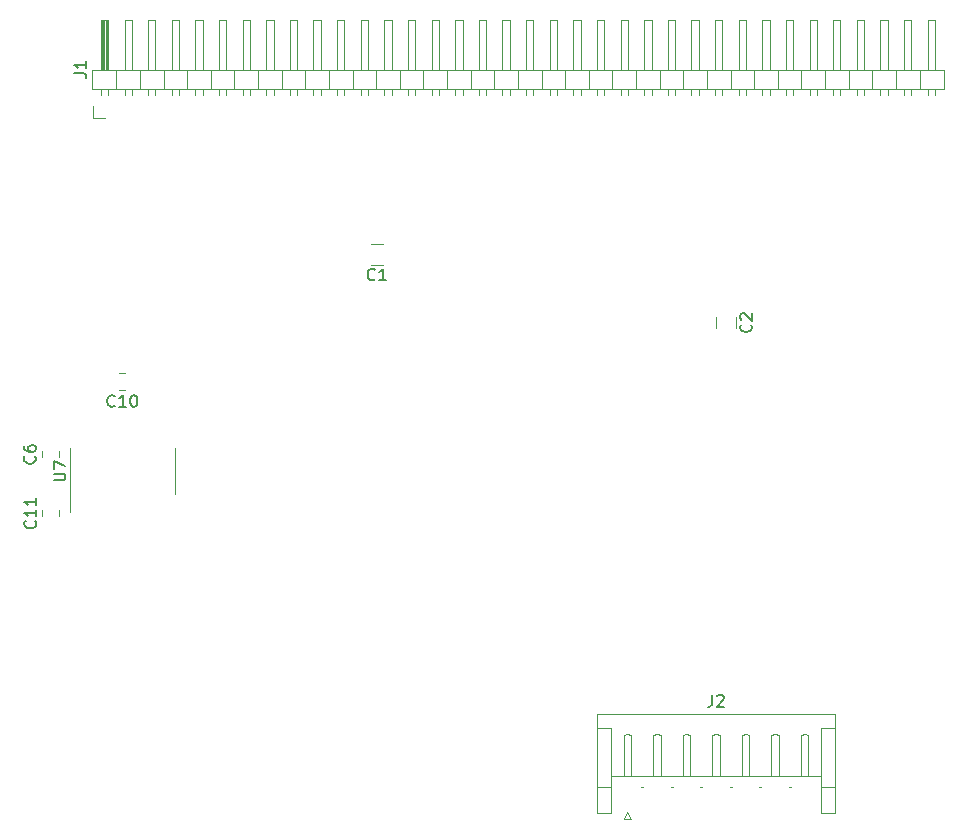
<source format=gbr>
%TF.GenerationSoftware,KiCad,Pcbnew,(5.1.9)-1*%
%TF.CreationDate,2021-04-30T23:03:23+10:00*%
%TF.ProjectId,RedPyKeeb_MCU,52656450-794b-4656-9562-5f4d43552e6b,rev?*%
%TF.SameCoordinates,Original*%
%TF.FileFunction,Legend,Top*%
%TF.FilePolarity,Positive*%
%FSLAX46Y46*%
G04 Gerber Fmt 4.6, Leading zero omitted, Abs format (unit mm)*
G04 Created by KiCad (PCBNEW (5.1.9)-1) date 2021-04-30 23:03:23*
%MOMM*%
%LPD*%
G01*
G04 APERTURE LIST*
%ADD10C,0.120000*%
%ADD11C,0.150000*%
G04 APERTURE END LIST*
D10*
%TO.C,J2*%
X98787600Y-96082400D02*
X98787600Y-98282400D01*
X98787600Y-98282400D02*
X97567600Y-98282400D01*
X97567600Y-98282400D02*
X97567600Y-89862400D01*
X97567600Y-89862400D02*
X117787600Y-89862400D01*
X117787600Y-89862400D02*
X117787600Y-98282400D01*
X117787600Y-98282400D02*
X116567600Y-98282400D01*
X116567600Y-98282400D02*
X116567600Y-96082400D01*
X97567600Y-91082400D02*
X98787600Y-91082400D01*
X98787600Y-91082400D02*
X98787600Y-96082400D01*
X98787600Y-96082400D02*
X97567600Y-96082400D01*
X117787600Y-91082400D02*
X116567600Y-91082400D01*
X116567600Y-91082400D02*
X116567600Y-96082400D01*
X116567600Y-96082400D02*
X117787600Y-96082400D01*
X98787600Y-95082400D02*
X116567600Y-95082400D01*
X100177600Y-95082400D02*
X99857600Y-95082400D01*
X99857600Y-95082400D02*
X99857600Y-91662400D01*
X99857600Y-91662400D02*
X100177600Y-91582400D01*
X100177600Y-91582400D02*
X100497600Y-91662400D01*
X100497600Y-91662400D02*
X100497600Y-95082400D01*
X100497600Y-95082400D02*
X100177600Y-95082400D01*
X101347600Y-96082400D02*
X101507600Y-96082400D01*
X102677600Y-95082400D02*
X102357600Y-95082400D01*
X102357600Y-95082400D02*
X102357600Y-91662400D01*
X102357600Y-91662400D02*
X102677600Y-91582400D01*
X102677600Y-91582400D02*
X102997600Y-91662400D01*
X102997600Y-91662400D02*
X102997600Y-95082400D01*
X102997600Y-95082400D02*
X102677600Y-95082400D01*
X103847600Y-96082400D02*
X104007600Y-96082400D01*
X105177600Y-95082400D02*
X104857600Y-95082400D01*
X104857600Y-95082400D02*
X104857600Y-91662400D01*
X104857600Y-91662400D02*
X105177600Y-91582400D01*
X105177600Y-91582400D02*
X105497600Y-91662400D01*
X105497600Y-91662400D02*
X105497600Y-95082400D01*
X105497600Y-95082400D02*
X105177600Y-95082400D01*
X106347600Y-96082400D02*
X106507600Y-96082400D01*
X107677600Y-95082400D02*
X107357600Y-95082400D01*
X107357600Y-95082400D02*
X107357600Y-91662400D01*
X107357600Y-91662400D02*
X107677600Y-91582400D01*
X107677600Y-91582400D02*
X107997600Y-91662400D01*
X107997600Y-91662400D02*
X107997600Y-95082400D01*
X107997600Y-95082400D02*
X107677600Y-95082400D01*
X108847600Y-96082400D02*
X109007600Y-96082400D01*
X110177600Y-95082400D02*
X109857600Y-95082400D01*
X109857600Y-95082400D02*
X109857600Y-91662400D01*
X109857600Y-91662400D02*
X110177600Y-91582400D01*
X110177600Y-91582400D02*
X110497600Y-91662400D01*
X110497600Y-91662400D02*
X110497600Y-95082400D01*
X110497600Y-95082400D02*
X110177600Y-95082400D01*
X111347600Y-96082400D02*
X111507600Y-96082400D01*
X112677600Y-95082400D02*
X112357600Y-95082400D01*
X112357600Y-95082400D02*
X112357600Y-91662400D01*
X112357600Y-91662400D02*
X112677600Y-91582400D01*
X112677600Y-91582400D02*
X112997600Y-91662400D01*
X112997600Y-91662400D02*
X112997600Y-95082400D01*
X112997600Y-95082400D02*
X112677600Y-95082400D01*
X113847600Y-96082400D02*
X114007600Y-96082400D01*
X115177600Y-95082400D02*
X114857600Y-95082400D01*
X114857600Y-95082400D02*
X114857600Y-91662400D01*
X114857600Y-91662400D02*
X115177600Y-91582400D01*
X115177600Y-91582400D02*
X115497600Y-91662400D01*
X115497600Y-91662400D02*
X115497600Y-95082400D01*
X115497600Y-95082400D02*
X115177600Y-95082400D01*
X100177600Y-98172400D02*
X99877600Y-98772400D01*
X99877600Y-98772400D02*
X100477600Y-98772400D01*
X100477600Y-98772400D02*
X100177600Y-98172400D01*
%TO.C,C1*%
X78468600Y-51802400D02*
X79468600Y-51802400D01*
X79468600Y-50102400D02*
X78468600Y-50102400D01*
%TO.C,C2*%
X109371500Y-57218200D02*
X109371500Y-56218200D01*
X107671500Y-56218200D02*
X107671500Y-57218200D01*
%TO.C,C10*%
X57665252Y-62457000D02*
X57142748Y-62457000D01*
X57665252Y-60987000D02*
X57142748Y-60987000D01*
%TO.C,C6*%
X52043000Y-68130052D02*
X52043000Y-67607548D01*
X50573000Y-68130052D02*
X50573000Y-67607548D01*
%TO.C,C11*%
X50611100Y-73121152D02*
X50611100Y-72598648D01*
X52081100Y-73121152D02*
X52081100Y-72598648D01*
%TO.C,J1*%
X54905400Y-39366700D02*
X54905400Y-38366700D01*
X55905400Y-39366700D02*
X54905400Y-39366700D01*
X126215400Y-37484586D02*
X126215400Y-36926700D01*
X125595400Y-37484586D02*
X125595400Y-36926700D01*
X126215400Y-31106700D02*
X126215400Y-35306700D01*
X125595400Y-31106700D02*
X126215400Y-31106700D01*
X125595400Y-35306700D02*
X125595400Y-31106700D01*
X124905400Y-36926700D02*
X124905400Y-35306700D01*
X124215400Y-37484586D02*
X124215400Y-36926700D01*
X123595400Y-37484586D02*
X123595400Y-36926700D01*
X124215400Y-31106700D02*
X124215400Y-35306700D01*
X123595400Y-31106700D02*
X124215400Y-31106700D01*
X123595400Y-35306700D02*
X123595400Y-31106700D01*
X122905400Y-36926700D02*
X122905400Y-35306700D01*
X122215400Y-37484586D02*
X122215400Y-36926700D01*
X121595400Y-37484586D02*
X121595400Y-36926700D01*
X122215400Y-31106700D02*
X122215400Y-35306700D01*
X121595400Y-31106700D02*
X122215400Y-31106700D01*
X121595400Y-35306700D02*
X121595400Y-31106700D01*
X120905400Y-36926700D02*
X120905400Y-35306700D01*
X120215400Y-37484586D02*
X120215400Y-36926700D01*
X119595400Y-37484586D02*
X119595400Y-36926700D01*
X120215400Y-31106700D02*
X120215400Y-35306700D01*
X119595400Y-31106700D02*
X120215400Y-31106700D01*
X119595400Y-35306700D02*
X119595400Y-31106700D01*
X118905400Y-36926700D02*
X118905400Y-35306700D01*
X118215400Y-37484586D02*
X118215400Y-36926700D01*
X117595400Y-37484586D02*
X117595400Y-36926700D01*
X118215400Y-31106700D02*
X118215400Y-35306700D01*
X117595400Y-31106700D02*
X118215400Y-31106700D01*
X117595400Y-35306700D02*
X117595400Y-31106700D01*
X116905400Y-36926700D02*
X116905400Y-35306700D01*
X116215400Y-37484586D02*
X116215400Y-36926700D01*
X115595400Y-37484586D02*
X115595400Y-36926700D01*
X116215400Y-31106700D02*
X116215400Y-35306700D01*
X115595400Y-31106700D02*
X116215400Y-31106700D01*
X115595400Y-35306700D02*
X115595400Y-31106700D01*
X114905400Y-36926700D02*
X114905400Y-35306700D01*
X114215400Y-37484586D02*
X114215400Y-36926700D01*
X113595400Y-37484586D02*
X113595400Y-36926700D01*
X114215400Y-31106700D02*
X114215400Y-35306700D01*
X113595400Y-31106700D02*
X114215400Y-31106700D01*
X113595400Y-35306700D02*
X113595400Y-31106700D01*
X112905400Y-36926700D02*
X112905400Y-35306700D01*
X112215400Y-37484586D02*
X112215400Y-36926700D01*
X111595400Y-37484586D02*
X111595400Y-36926700D01*
X112215400Y-31106700D02*
X112215400Y-35306700D01*
X111595400Y-31106700D02*
X112215400Y-31106700D01*
X111595400Y-35306700D02*
X111595400Y-31106700D01*
X110905400Y-36926700D02*
X110905400Y-35306700D01*
X110215400Y-37484586D02*
X110215400Y-36926700D01*
X109595400Y-37484586D02*
X109595400Y-36926700D01*
X110215400Y-31106700D02*
X110215400Y-35306700D01*
X109595400Y-31106700D02*
X110215400Y-31106700D01*
X109595400Y-35306700D02*
X109595400Y-31106700D01*
X108905400Y-36926700D02*
X108905400Y-35306700D01*
X108215400Y-37484586D02*
X108215400Y-36926700D01*
X107595400Y-37484586D02*
X107595400Y-36926700D01*
X108215400Y-31106700D02*
X108215400Y-35306700D01*
X107595400Y-31106700D02*
X108215400Y-31106700D01*
X107595400Y-35306700D02*
X107595400Y-31106700D01*
X106905400Y-36926700D02*
X106905400Y-35306700D01*
X106215400Y-37484586D02*
X106215400Y-36926700D01*
X105595400Y-37484586D02*
X105595400Y-36926700D01*
X106215400Y-31106700D02*
X106215400Y-35306700D01*
X105595400Y-31106700D02*
X106215400Y-31106700D01*
X105595400Y-35306700D02*
X105595400Y-31106700D01*
X104905400Y-36926700D02*
X104905400Y-35306700D01*
X104215400Y-37484586D02*
X104215400Y-36926700D01*
X103595400Y-37484586D02*
X103595400Y-36926700D01*
X104215400Y-31106700D02*
X104215400Y-35306700D01*
X103595400Y-31106700D02*
X104215400Y-31106700D01*
X103595400Y-35306700D02*
X103595400Y-31106700D01*
X102905400Y-36926700D02*
X102905400Y-35306700D01*
X102215400Y-37484586D02*
X102215400Y-36926700D01*
X101595400Y-37484586D02*
X101595400Y-36926700D01*
X102215400Y-31106700D02*
X102215400Y-35306700D01*
X101595400Y-31106700D02*
X102215400Y-31106700D01*
X101595400Y-35306700D02*
X101595400Y-31106700D01*
X100905400Y-36926700D02*
X100905400Y-35306700D01*
X100215400Y-37484586D02*
X100215400Y-36926700D01*
X99595400Y-37484586D02*
X99595400Y-36926700D01*
X100215400Y-31106700D02*
X100215400Y-35306700D01*
X99595400Y-31106700D02*
X100215400Y-31106700D01*
X99595400Y-35306700D02*
X99595400Y-31106700D01*
X98905400Y-36926700D02*
X98905400Y-35306700D01*
X98215400Y-37484586D02*
X98215400Y-36926700D01*
X97595400Y-37484586D02*
X97595400Y-36926700D01*
X98215400Y-31106700D02*
X98215400Y-35306700D01*
X97595400Y-31106700D02*
X98215400Y-31106700D01*
X97595400Y-35306700D02*
X97595400Y-31106700D01*
X96905400Y-36926700D02*
X96905400Y-35306700D01*
X96215400Y-37484586D02*
X96215400Y-36926700D01*
X95595400Y-37484586D02*
X95595400Y-36926700D01*
X96215400Y-31106700D02*
X96215400Y-35306700D01*
X95595400Y-31106700D02*
X96215400Y-31106700D01*
X95595400Y-35306700D02*
X95595400Y-31106700D01*
X94905400Y-36926700D02*
X94905400Y-35306700D01*
X94215400Y-37484586D02*
X94215400Y-36926700D01*
X93595400Y-37484586D02*
X93595400Y-36926700D01*
X94215400Y-31106700D02*
X94215400Y-35306700D01*
X93595400Y-31106700D02*
X94215400Y-31106700D01*
X93595400Y-35306700D02*
X93595400Y-31106700D01*
X92905400Y-36926700D02*
X92905400Y-35306700D01*
X92215400Y-37484586D02*
X92215400Y-36926700D01*
X91595400Y-37484586D02*
X91595400Y-36926700D01*
X92215400Y-31106700D02*
X92215400Y-35306700D01*
X91595400Y-31106700D02*
X92215400Y-31106700D01*
X91595400Y-35306700D02*
X91595400Y-31106700D01*
X90905400Y-36926700D02*
X90905400Y-35306700D01*
X90215400Y-37484586D02*
X90215400Y-36926700D01*
X89595400Y-37484586D02*
X89595400Y-36926700D01*
X90215400Y-31106700D02*
X90215400Y-35306700D01*
X89595400Y-31106700D02*
X90215400Y-31106700D01*
X89595400Y-35306700D02*
X89595400Y-31106700D01*
X88905400Y-36926700D02*
X88905400Y-35306700D01*
X88215400Y-37484586D02*
X88215400Y-36926700D01*
X87595400Y-37484586D02*
X87595400Y-36926700D01*
X88215400Y-31106700D02*
X88215400Y-35306700D01*
X87595400Y-31106700D02*
X88215400Y-31106700D01*
X87595400Y-35306700D02*
X87595400Y-31106700D01*
X86905400Y-36926700D02*
X86905400Y-35306700D01*
X86215400Y-37484586D02*
X86215400Y-36926700D01*
X85595400Y-37484586D02*
X85595400Y-36926700D01*
X86215400Y-31106700D02*
X86215400Y-35306700D01*
X85595400Y-31106700D02*
X86215400Y-31106700D01*
X85595400Y-35306700D02*
X85595400Y-31106700D01*
X84905400Y-36926700D02*
X84905400Y-35306700D01*
X84215400Y-37484586D02*
X84215400Y-36926700D01*
X83595400Y-37484586D02*
X83595400Y-36926700D01*
X84215400Y-31106700D02*
X84215400Y-35306700D01*
X83595400Y-31106700D02*
X84215400Y-31106700D01*
X83595400Y-35306700D02*
X83595400Y-31106700D01*
X82905400Y-36926700D02*
X82905400Y-35306700D01*
X82215400Y-37484586D02*
X82215400Y-36926700D01*
X81595400Y-37484586D02*
X81595400Y-36926700D01*
X82215400Y-31106700D02*
X82215400Y-35306700D01*
X81595400Y-31106700D02*
X82215400Y-31106700D01*
X81595400Y-35306700D02*
X81595400Y-31106700D01*
X80905400Y-36926700D02*
X80905400Y-35306700D01*
X80215400Y-37484586D02*
X80215400Y-36926700D01*
X79595400Y-37484586D02*
X79595400Y-36926700D01*
X80215400Y-31106700D02*
X80215400Y-35306700D01*
X79595400Y-31106700D02*
X80215400Y-31106700D01*
X79595400Y-35306700D02*
X79595400Y-31106700D01*
X78905400Y-36926700D02*
X78905400Y-35306700D01*
X78215400Y-37484586D02*
X78215400Y-36926700D01*
X77595400Y-37484586D02*
X77595400Y-36926700D01*
X78215400Y-31106700D02*
X78215400Y-35306700D01*
X77595400Y-31106700D02*
X78215400Y-31106700D01*
X77595400Y-35306700D02*
X77595400Y-31106700D01*
X76905400Y-36926700D02*
X76905400Y-35306700D01*
X76215400Y-37484586D02*
X76215400Y-36926700D01*
X75595400Y-37484586D02*
X75595400Y-36926700D01*
X76215400Y-31106700D02*
X76215400Y-35306700D01*
X75595400Y-31106700D02*
X76215400Y-31106700D01*
X75595400Y-35306700D02*
X75595400Y-31106700D01*
X74905400Y-36926700D02*
X74905400Y-35306700D01*
X74215400Y-37484586D02*
X74215400Y-36926700D01*
X73595400Y-37484586D02*
X73595400Y-36926700D01*
X74215400Y-31106700D02*
X74215400Y-35306700D01*
X73595400Y-31106700D02*
X74215400Y-31106700D01*
X73595400Y-35306700D02*
X73595400Y-31106700D01*
X72905400Y-36926700D02*
X72905400Y-35306700D01*
X72215400Y-37484586D02*
X72215400Y-36926700D01*
X71595400Y-37484586D02*
X71595400Y-36926700D01*
X72215400Y-31106700D02*
X72215400Y-35306700D01*
X71595400Y-31106700D02*
X72215400Y-31106700D01*
X71595400Y-35306700D02*
X71595400Y-31106700D01*
X70905400Y-36926700D02*
X70905400Y-35306700D01*
X70215400Y-37484586D02*
X70215400Y-36926700D01*
X69595400Y-37484586D02*
X69595400Y-36926700D01*
X70215400Y-31106700D02*
X70215400Y-35306700D01*
X69595400Y-31106700D02*
X70215400Y-31106700D01*
X69595400Y-35306700D02*
X69595400Y-31106700D01*
X68905400Y-36926700D02*
X68905400Y-35306700D01*
X68215400Y-37484586D02*
X68215400Y-36926700D01*
X67595400Y-37484586D02*
X67595400Y-36926700D01*
X68215400Y-31106700D02*
X68215400Y-35306700D01*
X67595400Y-31106700D02*
X68215400Y-31106700D01*
X67595400Y-35306700D02*
X67595400Y-31106700D01*
X66905400Y-36926700D02*
X66905400Y-35306700D01*
X66215400Y-37484586D02*
X66215400Y-36926700D01*
X65595400Y-37484586D02*
X65595400Y-36926700D01*
X66215400Y-31106700D02*
X66215400Y-35306700D01*
X65595400Y-31106700D02*
X66215400Y-31106700D01*
X65595400Y-35306700D02*
X65595400Y-31106700D01*
X64905400Y-36926700D02*
X64905400Y-35306700D01*
X64215400Y-37484586D02*
X64215400Y-36926700D01*
X63595400Y-37484586D02*
X63595400Y-36926700D01*
X64215400Y-31106700D02*
X64215400Y-35306700D01*
X63595400Y-31106700D02*
X64215400Y-31106700D01*
X63595400Y-35306700D02*
X63595400Y-31106700D01*
X62905400Y-36926700D02*
X62905400Y-35306700D01*
X62215400Y-37484586D02*
X62215400Y-36926700D01*
X61595400Y-37484586D02*
X61595400Y-36926700D01*
X62215400Y-31106700D02*
X62215400Y-35306700D01*
X61595400Y-31106700D02*
X62215400Y-31106700D01*
X61595400Y-35306700D02*
X61595400Y-31106700D01*
X60905400Y-36926700D02*
X60905400Y-35306700D01*
X60215400Y-37484586D02*
X60215400Y-36926700D01*
X59595400Y-37484586D02*
X59595400Y-36926700D01*
X60215400Y-31106700D02*
X60215400Y-35306700D01*
X59595400Y-31106700D02*
X60215400Y-31106700D01*
X59595400Y-35306700D02*
X59595400Y-31106700D01*
X58905400Y-36926700D02*
X58905400Y-35306700D01*
X58215400Y-37484586D02*
X58215400Y-36926700D01*
X57595400Y-37484586D02*
X57595400Y-36926700D01*
X58215400Y-31106700D02*
X58215400Y-35306700D01*
X57595400Y-31106700D02*
X58215400Y-31106700D01*
X57595400Y-35306700D02*
X57595400Y-31106700D01*
X56905400Y-36926700D02*
X56905400Y-35306700D01*
X56215400Y-37431700D02*
X56215400Y-36926700D01*
X55595400Y-37431700D02*
X55595400Y-36926700D01*
X56135400Y-35306700D02*
X56135400Y-31106700D01*
X56015400Y-35306700D02*
X56015400Y-31106700D01*
X55895400Y-35306700D02*
X55895400Y-31106700D01*
X55775400Y-35306700D02*
X55775400Y-31106700D01*
X55655400Y-35306700D02*
X55655400Y-31106700D01*
X56215400Y-31106700D02*
X56215400Y-35306700D01*
X55595400Y-31106700D02*
X56215400Y-31106700D01*
X55595400Y-35306700D02*
X55595400Y-31106700D01*
X54845400Y-35306700D02*
X54845400Y-36926700D01*
X126965400Y-35306700D02*
X54845400Y-35306700D01*
X126965400Y-36926700D02*
X126965400Y-35306700D01*
X54845400Y-36926700D02*
X126965400Y-36926700D01*
%TO.C,U7*%
X52989301Y-69312699D02*
X52989301Y-72762699D01*
X52989301Y-69312699D02*
X52989301Y-67362699D01*
X61859301Y-69312699D02*
X61859301Y-71262699D01*
X61859301Y-69312699D02*
X61859301Y-67362699D01*
%TO.C,J2*%
D11*
X107344266Y-88224780D02*
X107344266Y-88939066D01*
X107296647Y-89081923D01*
X107201409Y-89177161D01*
X107058552Y-89224780D01*
X106963314Y-89224780D01*
X107772838Y-88320019D02*
X107820457Y-88272400D01*
X107915695Y-88224780D01*
X108153790Y-88224780D01*
X108249028Y-88272400D01*
X108296647Y-88320019D01*
X108344266Y-88415257D01*
X108344266Y-88510495D01*
X108296647Y-88653352D01*
X107725219Y-89224780D01*
X108344266Y-89224780D01*
%TO.C,C1*%
X78801933Y-53059542D02*
X78754314Y-53107161D01*
X78611457Y-53154780D01*
X78516219Y-53154780D01*
X78373361Y-53107161D01*
X78278123Y-53011923D01*
X78230504Y-52916685D01*
X78182885Y-52726209D01*
X78182885Y-52583352D01*
X78230504Y-52392876D01*
X78278123Y-52297638D01*
X78373361Y-52202400D01*
X78516219Y-52154780D01*
X78611457Y-52154780D01*
X78754314Y-52202400D01*
X78801933Y-52250019D01*
X79754314Y-53154780D02*
X79182885Y-53154780D01*
X79468600Y-53154780D02*
X79468600Y-52154780D01*
X79373361Y-52297638D01*
X79278123Y-52392876D01*
X79182885Y-52440495D01*
%TO.C,C2*%
X110628642Y-56884866D02*
X110676261Y-56932485D01*
X110723880Y-57075342D01*
X110723880Y-57170580D01*
X110676261Y-57313438D01*
X110581023Y-57408676D01*
X110485785Y-57456295D01*
X110295309Y-57503914D01*
X110152452Y-57503914D01*
X109961976Y-57456295D01*
X109866738Y-57408676D01*
X109771500Y-57313438D01*
X109723880Y-57170580D01*
X109723880Y-57075342D01*
X109771500Y-56932485D01*
X109819119Y-56884866D01*
X109819119Y-56503914D02*
X109771500Y-56456295D01*
X109723880Y-56361057D01*
X109723880Y-56122961D01*
X109771500Y-56027723D01*
X109819119Y-55980104D01*
X109914357Y-55932485D01*
X110009595Y-55932485D01*
X110152452Y-55980104D01*
X110723880Y-56551533D01*
X110723880Y-55932485D01*
%TO.C,C10*%
X56761142Y-63759142D02*
X56713523Y-63806761D01*
X56570666Y-63854380D01*
X56475428Y-63854380D01*
X56332571Y-63806761D01*
X56237333Y-63711523D01*
X56189714Y-63616285D01*
X56142095Y-63425809D01*
X56142095Y-63282952D01*
X56189714Y-63092476D01*
X56237333Y-62997238D01*
X56332571Y-62902000D01*
X56475428Y-62854380D01*
X56570666Y-62854380D01*
X56713523Y-62902000D01*
X56761142Y-62949619D01*
X57713523Y-63854380D02*
X57142095Y-63854380D01*
X57427809Y-63854380D02*
X57427809Y-62854380D01*
X57332571Y-62997238D01*
X57237333Y-63092476D01*
X57142095Y-63140095D01*
X58332571Y-62854380D02*
X58427809Y-62854380D01*
X58523047Y-62902000D01*
X58570666Y-62949619D01*
X58618285Y-63044857D01*
X58665904Y-63235333D01*
X58665904Y-63473428D01*
X58618285Y-63663904D01*
X58570666Y-63759142D01*
X58523047Y-63806761D01*
X58427809Y-63854380D01*
X58332571Y-63854380D01*
X58237333Y-63806761D01*
X58189714Y-63759142D01*
X58142095Y-63663904D01*
X58094476Y-63473428D01*
X58094476Y-63235333D01*
X58142095Y-63044857D01*
X58189714Y-62949619D01*
X58237333Y-62902000D01*
X58332571Y-62854380D01*
%TO.C,C6*%
X49985142Y-68035466D02*
X50032761Y-68083085D01*
X50080380Y-68225942D01*
X50080380Y-68321180D01*
X50032761Y-68464038D01*
X49937523Y-68559276D01*
X49842285Y-68606895D01*
X49651809Y-68654514D01*
X49508952Y-68654514D01*
X49318476Y-68606895D01*
X49223238Y-68559276D01*
X49128000Y-68464038D01*
X49080380Y-68321180D01*
X49080380Y-68225942D01*
X49128000Y-68083085D01*
X49175619Y-68035466D01*
X49080380Y-67178323D02*
X49080380Y-67368800D01*
X49128000Y-67464038D01*
X49175619Y-67511657D01*
X49318476Y-67606895D01*
X49508952Y-67654514D01*
X49889904Y-67654514D01*
X49985142Y-67606895D01*
X50032761Y-67559276D01*
X50080380Y-67464038D01*
X50080380Y-67273561D01*
X50032761Y-67178323D01*
X49985142Y-67130704D01*
X49889904Y-67083085D01*
X49651809Y-67083085D01*
X49556571Y-67130704D01*
X49508952Y-67178323D01*
X49461333Y-67273561D01*
X49461333Y-67464038D01*
X49508952Y-67559276D01*
X49556571Y-67606895D01*
X49651809Y-67654514D01*
%TO.C,C11*%
X50023242Y-73502757D02*
X50070861Y-73550376D01*
X50118480Y-73693233D01*
X50118480Y-73788471D01*
X50070861Y-73931328D01*
X49975623Y-74026566D01*
X49880385Y-74074185D01*
X49689909Y-74121804D01*
X49547052Y-74121804D01*
X49356576Y-74074185D01*
X49261338Y-74026566D01*
X49166100Y-73931328D01*
X49118480Y-73788471D01*
X49118480Y-73693233D01*
X49166100Y-73550376D01*
X49213719Y-73502757D01*
X50118480Y-72550376D02*
X50118480Y-73121804D01*
X50118480Y-72836090D02*
X49118480Y-72836090D01*
X49261338Y-72931328D01*
X49356576Y-73026566D01*
X49404195Y-73121804D01*
X50118480Y-71597995D02*
X50118480Y-72169423D01*
X50118480Y-71883709D02*
X49118480Y-71883709D01*
X49261338Y-71978947D01*
X49356576Y-72074185D01*
X49404195Y-72169423D01*
%TO.C,J1*%
X53357780Y-35600033D02*
X54072066Y-35600033D01*
X54214923Y-35647652D01*
X54310161Y-35742890D01*
X54357780Y-35885747D01*
X54357780Y-35980985D01*
X54357780Y-34600033D02*
X54357780Y-35171461D01*
X54357780Y-34885747D02*
X53357780Y-34885747D01*
X53500638Y-34980985D01*
X53595876Y-35076223D01*
X53643495Y-35171461D01*
%TO.C,U7*%
X51596681Y-70074603D02*
X52406205Y-70074603D01*
X52501443Y-70026984D01*
X52549062Y-69979365D01*
X52596681Y-69884127D01*
X52596681Y-69693651D01*
X52549062Y-69598413D01*
X52501443Y-69550794D01*
X52406205Y-69503175D01*
X51596681Y-69503175D01*
X51596681Y-69122222D02*
X51596681Y-68455556D01*
X52596681Y-68884127D01*
%TD*%
M02*

</source>
